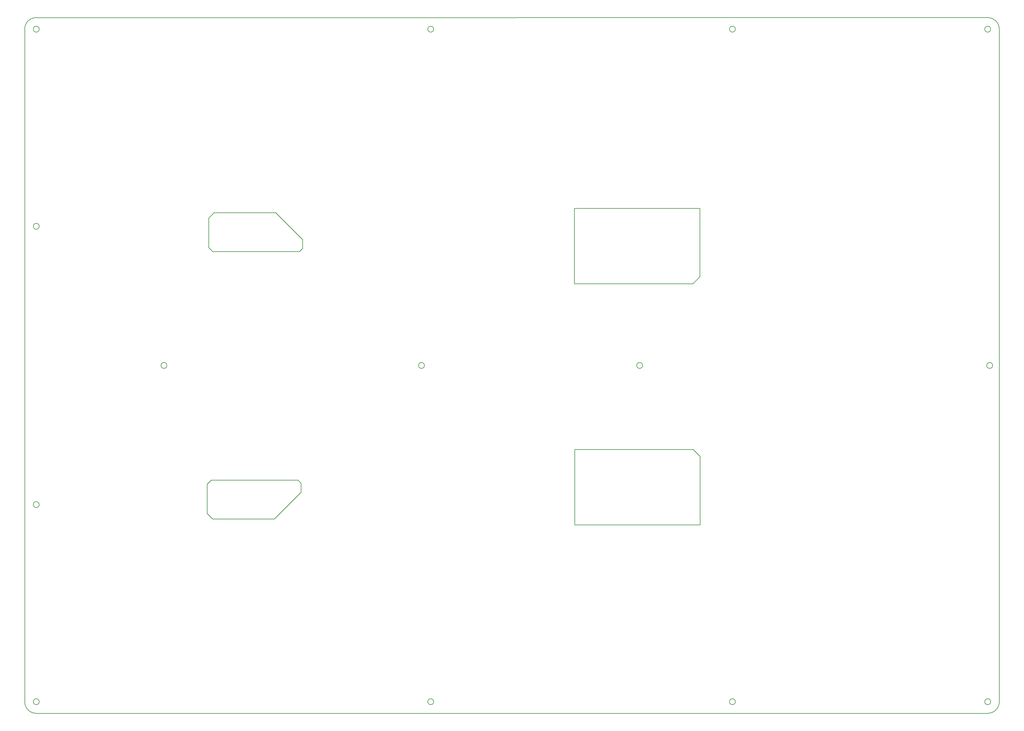
<source format=gbr>
%TF.GenerationSoftware,Altium Limited,Altium Designer,25.3.3 (18)*%
G04 Layer_Color=16711935*
%FSLAX45Y45*%
%MOMM*%
%TF.SameCoordinates,A4CA6E92-6A9D-4088-ADF9-EEBE24E4F9EE*%
%TF.FilePolarity,Positive*%
%TF.FileFunction,Keep-out,Top*%
%TF.Part,Single*%
G01*
G75*
%TA.AperFunction,NonConductor*%
%ADD72C,0.25400*%
D72*
X41714001Y15000000D02*
G03*
X41714001Y15000000I-127000J0D01*
G01*
X30626999Y29500000D02*
G03*
X30626999Y29500000I-127000J0D01*
G01*
Y500000D02*
G03*
X30626999Y500000I-127000J0D01*
G01*
X26626999Y15000000D02*
G03*
X26626999Y15000000I-127000J0D01*
G01*
X6127000D02*
G03*
X6127000Y15000000I-127000J0D01*
G01*
X627000Y21000000D02*
G03*
X627000Y21000000I-127000J0D01*
G01*
Y9000000D02*
G03*
X627000Y9000000I-127000J0D01*
G01*
X17227000Y15000000D02*
G03*
X17227000Y15000000I-127000J0D01*
G01*
X17627000Y500000D02*
G03*
X17627000Y500000I-127000J0D01*
G01*
Y29500000D02*
G03*
X17627000Y29500000I-127000J0D01*
G01*
X500000Y30000000D02*
G03*
X0Y29500000I0J-500000D01*
G01*
X41626999D02*
G03*
X41626999Y29500000I-127000J0D01*
G01*
X627000D02*
G03*
X627000Y29500000I-127000J0D01*
G01*
X41626999Y500000D02*
G03*
X41626999Y500000I-127000J0D01*
G01*
X627000D02*
G03*
X627000Y500000I-127000J0D01*
G01*
X42000000Y29500000D02*
G03*
X41500000Y30000000I-500000J0D01*
G01*
Y0D02*
G03*
X42000000Y500000I0J500000D01*
G01*
X0D02*
G03*
X500000Y0I500000J0D01*
G01*
X7863596Y8613802D02*
Y9878802D01*
X8038596Y10053802D01*
X11778596D01*
X11911096Y9921302D01*
Y9533802D02*
Y9921302D01*
X10756096Y8378802D02*
X11911096Y9533802D01*
X8098596Y8378802D02*
X10756096Y8378802D01*
X7863596Y8613802D02*
X8098596Y8378802D01*
X7925000Y21352499D02*
X8160000Y21587500D01*
X10817500Y21587500D01*
X11972500Y20432500D01*
Y20045000D02*
Y20432500D01*
X11840000Y19912500D02*
X11972500Y20045000D01*
X8100000Y19912500D02*
X11840000D01*
X7925000Y20087500D02*
X8100000Y19912500D01*
X7925000Y20087500D02*
Y21352499D01*
X23702499Y8129656D02*
X23702499Y11379655D01*
X28810001D01*
X29107501Y11082155D01*
Y8137087D02*
Y11082155D01*
X23702499Y8129656D02*
X29107501D01*
Y8137087D01*
X29092499Y21770068D02*
Y21777499D01*
X23687500D02*
X29092499D01*
Y18825000D02*
Y21770068D01*
X28795001Y18527499D02*
X29092499Y18825000D01*
X23687500Y18527499D02*
X28795001D01*
X23687500Y21777499D02*
X23687500Y18527499D01*
X42000000Y29500000D02*
X42000018Y500000D01*
X-3Y29500000D02*
X0Y500000D01*
X507700Y30000000D02*
X41500000Y30000314D01*
X500000Y0D02*
X41497501D01*
%TF.MD5,b10a5bb9558d225ee45c018a6393ef1d*%
M02*

</source>
